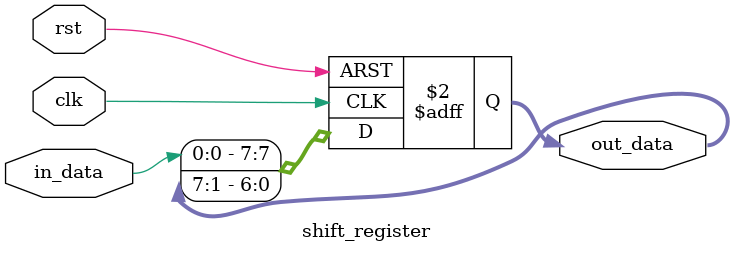
<source format=sv>
`timescale 1ns / 1ps


module button_detector (
    input  logic clk,
    input  logic rst,
    input  logic in_button,
    output logic rising_edge,
    output logic falling_edge,
    output logic both_edge
);

    logic debounce;
    logic [7:0] sh_reg;

    shift_register U_shift_register (
        .clk(clk),
        .rst(rst),
        .in_data(in_button),
        .out_data(sh_reg)
    );

    assign debounce = &sh_reg; // sh_reg의 모든 비트가 1일 때만 debounce 신호가 1이 됨
    //assign out_button = debounce;

    logic [1:0] edge_reg;
    always_ff @(posedge clk or posedge rst) begin
        if (rst) begin
            edge_reg <= 0;
        end else begin
            edge_reg[0] <= debounce;  // 현재 상태 저장
            edge_reg[1] <= edge_reg[0];  // 이전 상태 저장
        end
    end

    assign rising_edge = edge_reg[0] & ~edge_reg[1];  // 상승 에지 감지
    assign falling_edge = ~edge_reg[0] & edge_reg[1];  // 하강 에지 감지
    assign both_edge = rising_edge | falling_edge; // 상승 에지만 감지하여 출력
endmodule


module shift_register (
    input logic clk,
    input logic rst,
    input logic in_data,
    output logic [7:0] out_data
);
    logic [7:0] shift_reg;

    always_ff @(posedge clk or posedge rst) begin : blockName
        if (rst) begin
            out_data <= 0;
        end else begin
            out_data <= {in_data, out_data[7:1]};  // right shift: MSB에 in_data를 삽입
            //out_data <= {out_data[6:0], in_data}; // left shift: LSB에 in_data를 삽입
        end
    end
endmodule
</source>
